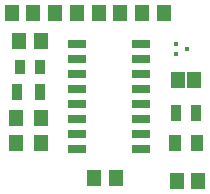
<source format=gbp>
G04*
G04 #@! TF.GenerationSoftware,Altium Limited,Altium Designer,23.3.1 (30)*
G04*
G04 Layer_Color=128*
%FSLAX25Y25*%
%MOIN*%
G70*
G04*
G04 #@! TF.SameCoordinates,DDE6331C-4F95-4F18-AA14-E53DA5D8DD09*
G04*
G04*
G04 #@! TF.FilePolarity,Positive*
G04*
G01*
G75*
%ADD19R,0.04528X0.05709*%
%ADD28R,0.03367X0.04969*%
%ADD60R,0.06004X0.02756*%
%ADD61R,0.04942X0.05756*%
%ADD62R,0.03740X0.05709*%
%ADD63R,0.01575X0.01575*%
%ADD64R,0.04134X0.05709*%
%ADD65R,0.03347X0.05315*%
%ADD66R,0.04545X0.05339*%
D19*
X235043Y286500D02*
D03*
X227957D02*
D03*
X242457D02*
D03*
X249543D02*
D03*
X264043D02*
D03*
X256957D02*
D03*
X271457D02*
D03*
X278543D02*
D03*
X262543Y231500D02*
D03*
X255457D02*
D03*
X237543Y277000D02*
D03*
X230457D02*
D03*
X282957Y230500D02*
D03*
X290043D02*
D03*
D28*
X237250Y268500D02*
D03*
X230750D02*
D03*
D60*
X249823Y276000D02*
D03*
Y271000D02*
D03*
Y266000D02*
D03*
Y261000D02*
D03*
Y256000D02*
D03*
Y251000D02*
D03*
Y246000D02*
D03*
Y241000D02*
D03*
X271177D02*
D03*
Y246000D02*
D03*
Y251000D02*
D03*
Y256000D02*
D03*
Y261000D02*
D03*
Y266000D02*
D03*
Y271000D02*
D03*
Y276000D02*
D03*
D61*
X237537Y251500D02*
D03*
X229463D02*
D03*
X237537Y243000D02*
D03*
X229463D02*
D03*
D62*
X229661Y260000D02*
D03*
X237339D02*
D03*
D63*
X286469Y274500D02*
D03*
X282531Y276075D02*
D03*
Y272925D02*
D03*
D64*
X289642Y243000D02*
D03*
X282358D02*
D03*
D65*
X282752Y253000D02*
D03*
X289248D02*
D03*
D66*
X288661Y264000D02*
D03*
X283339D02*
D03*
M02*

</source>
